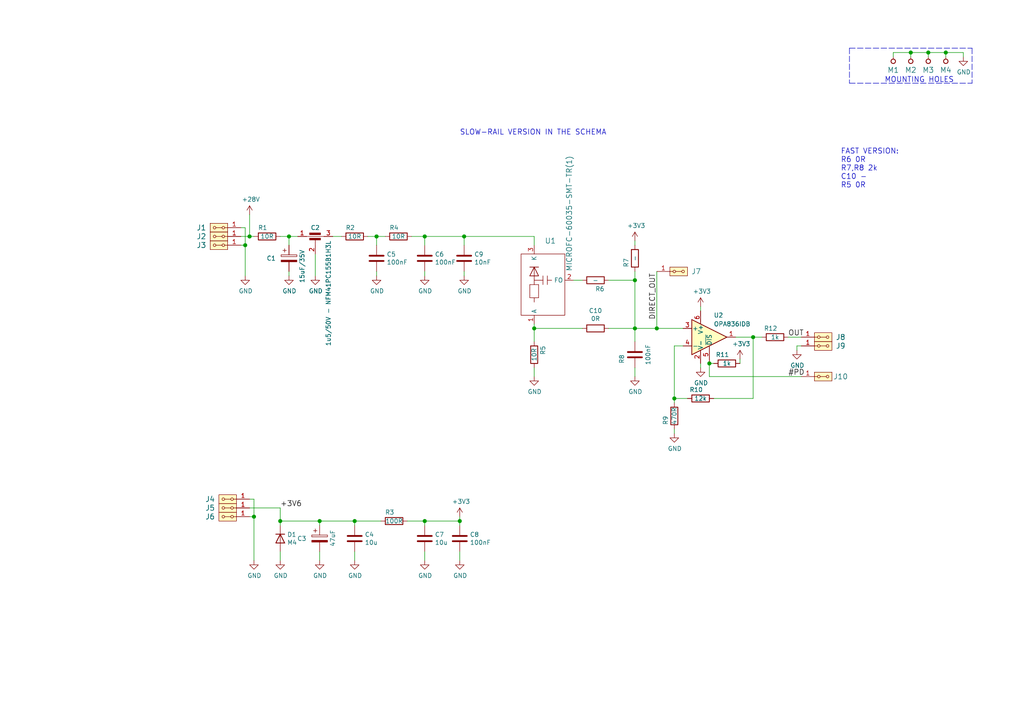
<source format=kicad_sch>
(kicad_sch (version 20211123) (generator eeschema)
  (paper "A4")
  (title_block (title "SIPM02C") (date "2022-04-02") (company "Mlab www.mlab.cz") (comment 2 "Silicon photomultiplier interface module") (comment 3 "nickname <email@example.com>"))
  (lib_symbols
    (symbol "AIRDOSC01A_PCB01A-rescue:CP-Device" (pin_numbers hide) (pin_names (offset 0.254))
      (property "Reference" "C" (at 0.635 2.54 0))
      (property "Value" "CP-Device" (at 0.635 -2.54 0))
      (symbol "CP-Device_0_1"
        (rectangle (start -2.286 0.508) (end 2.286 1.016))
        (polyline (pts (xy -1.778 2.286) (xy -0.762 2.286)))
        (polyline (pts (xy -1.27 2.794) (xy -1.27 1.778)))
        (rectangle (start 2.286 -0.508) (end -2.286 -1.016) (fill (type outline)))
      )
      (symbol "CP-Device_1_1"
        (pin passive line (at 0 3.81 270) (length 2.794) (name "~") (number "1"))
        (pin passive line (at 0 -3.81 90) (length 2.794) (name "~") (number "2"))
      )
    )
    (symbol "AIRDOSC01A_PCB01A-rescue:EMI_Filter_C-Device" (pin_names (offset 0.254) hide)
      (property "Reference" "C" (at 0 7.62 0))
      (property "Value" "EMI_Filter_C-Device" (at 0 5.715 0))
      (symbol "EMI_Filter_C-Device_0_1"
        (rectangle (start -1.651 1.524) (end 1.524 2.032) (fill (type outline)))
        (polyline (pts (xy -2.54 2.54) (xy 2.54 2.54)))
        (polyline (pts (xy 0 0) (xy 0 1.778)))
        (rectangle (start 1.524 3.048) (end -1.651 3.556) (fill (type outline)))
      )
      (symbol "EMI_Filter_C-Device_1_1"
        (pin passive line (at -5.08 2.54 0) (length 2.54) (name "1") (number "1"))
        (pin passive line (at 0 -2.54 90) (length 2.54) (name "2") (number "2"))
        (pin passive line (at 5.08 2.54 180) (length 2.54) (name "3") (number "3"))
      )
    )
    (symbol "Amplifier_Operational:OPA847xDBV" (pin_names (offset 0.127))
      (property "Reference" "U" (at -1.27 6.35 0))
      (property "Value" "OPA847xDBV" (at -1.27 3.81 0))
      (symbol "OPA847xDBV_0_1"
        (polyline (pts (xy -5.08 5.08) (xy 5.08 0) (xy -5.08 -5.08) (xy -5.08 5.08)) (stroke (width 0.254)) (fill (type background)))
        (pin power_in line (at -2.54 -7.62 90) (length 3.81) (name "V-") (number "2"))
        (pin power_in line (at -2.54 7.62 270) (length 3.81) (name "V+") (number "6"))
      )
      (symbol "OPA847xDBV_1_1"
        (pin output line (at 7.62 0 180) (length 2.54) (name "~") (number "1"))
        (pin input line (at -7.62 2.54 0) (length 2.54) (name "+") (number "3"))
        (pin input line (at -7.62 -2.54 0) (length 2.54) (name "-") (number "4"))
        (pin input line (at 0 -7.62 90) (length 5.08) (name "~{DIS}") (number "5"))
      )
    )
    (symbol "Device:C" (pin_numbers hide) (pin_names (offset 0.254))
      (property "Reference" "C" (at 0.635 2.54 0))
      (property "Value" "C" (at 0.635 -2.54 0))
      (symbol "C_0_1"
        (polyline (pts (xy -2.032 -0.762) (xy 2.032 -0.762)) (stroke (width 0.508)))
        (polyline (pts (xy -2.032 0.762) (xy 2.032 0.762)) (stroke (width 0.508)))
      )
      (symbol "C_1_1"
        (pin passive line (at 0 3.81 270) (length 2.794) (name "~") (number "1"))
        (pin passive line (at 0 -3.81 90) (length 2.794) (name "~") (number "2"))
      )
    )
    (symbol "Device:D" (pin_numbers hide) (pin_names (offset 1.016) hide)
      (property "Reference" "D" (at 0 2.54 0))
      (property "Value" "D" (at 0 -2.54 0))
      (symbol "D_0_1"
        (polyline (pts (xy -1.27 1.27) (xy -1.27 -1.27)) (stroke (width 0.254)))
        (polyline (pts (xy 1.27 0) (xy -1.27 0)))
        (polyline (pts (xy 1.27 1.27) (xy 1.27 -1.27) (xy -1.27 0) (xy 1.27 1.27)) (stroke (width 0.254)))
      )
      (symbol "D_1_1"
        (pin passive line (at -3.81 0 0) (length 2.54) (name "K") (number "1"))
        (pin passive line (at 3.81 0 180) (length 2.54) (name "A") (number "2"))
      )
    )
    (symbol "Device:R" (pin_numbers hide) (pin_names (offset 0))
      (property "Reference" "R" (at 2.032 0 90))
      (property "Value" "R" (at 0 0 90))
      (symbol "R_0_1"
        (rectangle (start -1.016 -2.54) (end 1.016 2.54) (stroke (width 0.254)))
      )
      (symbol "R_1_1"
        (pin passive line (at 0 3.81 270) (length 1.27) (name "~") (number "1"))
        (pin passive line (at 0 -3.81 90) (length 1.27) (name "~") (number "2"))
      )
    )
    (symbol "MLAB_HEADER:HEADER_2x01_PARALLEL" (pin_names (offset 1.016))
      (property "Reference" "J" (at 0 -2.54 0))
      (property "Value" "HEADER_2x01_PARALLEL" (at 0 2.54 0))
      (symbol "HEADER_2x01_PARALLEL_0_1"
        (rectangle (start -2.54 1.27) (end 2.54 -1.27) (fill (type background)))
        (circle (center -1.27 0) (radius 0.381))
        (polyline (pts (xy -1.651 0) (xy -2.54 0)))
        (polyline (pts (xy -0.889 0) (xy 0.889 0)))
        (circle (center 1.27 0) (radius 0.381))
      )
      (symbol "HEADER_2x01_PARALLEL_1_1"
        (pin input line (at -6.35 0 0) (length 3.81) (name "~") (number "1"))
        (pin input line (at -6.35 0 0) (length 3.81) hide (name "~") (number "2"))
      )
    )
    (symbol "MLAB_IO:MICROFC-60035-SMT-TR(1)"
      (property "Reference" "U" (at 12.7 -3.81 0))
      (property "Value" "MICROFC-60035-SMT-TR(1)" (at 24.13 -11.43 0))
      (symbol "MICROFC-60035-SMT-TR(1)_0_1"
        (rectangle (start -3.81 7.62) (end 8.89 -10.16))
        (rectangle (start -1.27 -1.27) (end 1.27 -1.27))
        (rectangle (start -1.27 2.54) (end -1.27 -1.27))
        (rectangle (start 0 -3.81) (end 0 -1.27))
        (rectangle (start 0 -2.54) (end 2.54 -2.54))
        (rectangle (start 0 2.54) (end 0 3.81))
        (rectangle (start 1.27 2.54) (end -1.27 2.54))
        (rectangle (start 1.27 2.54) (end 1.27 -1.27))
        (rectangle (start 2.54 -2.54) (end 2.54 -3.81))
        (rectangle (start 2.54 -1.27) (end 2.54 -2.54))
        (rectangle (start 3.81 -2.54) (end 5.08 -2.54))
        (rectangle (start 3.81 -1.27) (end 3.81 -3.81))
      )
      (symbol "MICROFC-60035-SMT-TR(1)_1_1"
        (polyline (pts (xy -1.27 -6.35) (xy 1.27 -6.35)) (stroke (width 0.2032)))
        (polyline (pts (xy 0 -3.81) (xy 0 -6.35)))
        (polyline (pts (xy -1.27 -3.81) (xy 1.27 -3.81) (xy 0 -6.35) (xy -1.27 -3.81)) (stroke (width 0.2032)))
        (pin passive line (at 0 10.16 270) (length 2.54) (name "A") (number "1"))
        (pin passive line (at 11.43 -2.54 180) (length 2.54) (name "FO") (number "2"))
        (pin passive line (at 0 -12.7 90) (length 2.54) (name "K") (number "3"))
        (pin passive line (at 5.08 -3.81 270) (length 2.54) hide (name "NC") (number "4"))
      )
    )
    (symbol "MLAB_MECHANICAL:HOLE" (pin_numbers hide) (pin_names (offset 1.016) hide)
      (property "Reference" "M" (at 0 2.54 0))
      (property "Value" "HOLE" (at 0 -2.54 0))
      (symbol "HOLE_0_1"
        (circle (center 0 0) (radius 0.635) (stroke (width 0.254)))
      )
      (symbol "HOLE_1_1"
        (pin input line (at 1.27 0 180) (length 0.635) (name "~") (number "1"))
      )
    )
    (symbol "power:+28V" (power) (pin_names (offset 0))
      (property "Value" "+28V" (at 0 3.81 0))
      (symbol "+28V_0_1"
        (polyline (pts (xy -0.762 1.27) (xy 0 2.54)))
        (polyline (pts (xy 0 0) (xy 0 2.54)))
        (polyline (pts (xy 0 2.54) (xy 0.762 1.27)))
      )
      (symbol "+28V_1_1"
        (pin power_in line (at 0 0 90) (length 0) hide (name "+28V") (number "1"))
      )
    )
    (symbol "power:+3.3V" (power) (pin_names (offset 0))
      (property "Value" "+3.3V" (at 0 3.556 0))
      (symbol "+3.3V_0_1"
        (polyline (pts (xy -0.762 1.27) (xy 0 2.54)))
        (polyline (pts (xy 0 0) (xy 0 2.54)))
        (polyline (pts (xy 0 2.54) (xy 0.762 1.27)))
      )
      (symbol "+3.3V_1_1"
        (pin power_in line (at 0 0 90) (length 0) hide (name "+3V3") (number "1"))
      )
    )
    (symbol "power:GND" (power) (pin_names (offset 0))
      (property "Value" "GND" (at 0 -3.81 0))
      (symbol "GND_0_1"
        (polyline (pts (xy 0 0) (xy 0 -1.27) (xy 1.27 -1.27) (xy 0 -2.54) (xy -1.27 -1.27) (xy 0 -1.27)))
      )
      (symbol "GND_1_1"
        (pin power_in line (at 0 0 270) (length 0) hide (name "GND") (number "1"))
      )
    )
  )
  (junction (at 184.15 95.25) (diameter 1.016))
  (junction (at 269.24 15.24) (diameter 1.016))
  (junction (at 123.19 68.58) (diameter 1.016))
  (junction (at 190.5 95.25) (diameter 1.016))
  (junction (at 264.16 15.24) (diameter 1.016))
  (junction (at 123.19 151.13) (diameter 1.016))
  (junction (at 81.28 151.13) (diameter 1.016))
  (junction (at 92.71 151.13) (diameter 1.016))
  (junction (at 83.82 68.58) (diameter 1.016))
  (junction (at 184.15 81.28) (diameter 1.016))
  (junction (at 109.22 68.58) (diameter 1.016))
  (junction (at 154.94 95.25) (diameter 1.016))
  (junction (at 218.44 97.79) (diameter 1.016))
  (junction (at 71.12 71.12) (diameter 1.016))
  (junction (at 102.87 151.13) (diameter 1.016))
  (junction (at 72.39 68.58) (diameter 1.016))
  (junction (at 205.74 105.41) (diameter 1.016))
  (junction (at 195.58 115.57) (diameter 1.016))
  (junction (at 73.66 149.86) (diameter 1.016))
  (junction (at 133.35 151.13) (diameter 1.016))
  (junction (at 134.62 68.58) (diameter 1.016))
  (junction (at 274.32 15.24) (diameter 1.016))
  (wire (pts (xy 72.39 68.58) (xy 69.85 68.58)))
  (wire (pts (xy 109.22 71.12) (xy 109.22 68.58)))
  (wire (pts (xy 166.37 81.28) (xy 168.91 81.28)))
  (wire (pts (xy 134.62 80.01) (xy 134.62 78.74)))
  (wire (pts (xy 72.39 62.23) (xy 72.39 68.58)))
  (wire (pts (xy 83.82 80.01) (xy 83.82 78.74)))
  (wire (pts (xy 195.58 125.73) (xy 195.58 124.46)))
  (wire (pts (xy 228.6 97.79) (xy 232.41 97.79)))
  (wire (pts (xy 214.63 105.41) (xy 214.63 104.14)))
  (wire (pts (xy 102.87 151.13) (xy 92.71 151.13)))
  (wire (pts (xy 205.74 109.22) (xy 232.41 109.22)))
  (wire (pts (xy 279.4 15.24) (xy 279.4 16.51)))
  (wire (pts (xy 274.32 15.24) (xy 279.4 15.24)))
  (polyline (pts (xy 246.38 13.97) (xy 246.38 24.13)) (stroke (width 0) (type dash)))
  (wire (pts (xy 110.49 151.13) (xy 102.87 151.13)))
  (wire (pts (xy 123.19 68.58) (xy 134.62 68.58)))
  (wire (pts (xy 154.94 95.25) (xy 154.94 99.06)))
  (wire (pts (xy 176.53 95.25) (xy 184.15 95.25)))
  (wire (pts (xy 269.24 15.24) (xy 274.32 15.24)))
  (wire (pts (xy 190.5 78.74) (xy 190.5 95.25)))
  (wire (pts (xy 207.01 115.57) (xy 218.44 115.57)))
  (wire (pts (xy 205.74 105.41) (xy 207.01 105.41)))
  (wire (pts (xy 213.36 97.79) (xy 218.44 97.79)))
  (wire (pts (xy 184.15 71.12) (xy 184.15 69.85)))
  (wire (pts (xy 69.85 71.12) (xy 71.12 71.12)))
  (wire (pts (xy 73.66 149.86) (xy 73.66 162.56)))
  (wire (pts (xy 154.94 109.22) (xy 154.94 106.68)))
  (wire (pts (xy 133.35 162.56) (xy 133.35 160.02)))
  (wire (pts (xy 73.66 68.58) (xy 72.39 68.58)))
  (wire (pts (xy 198.12 100.33) (xy 195.58 100.33)))
  (wire (pts (xy 199.39 115.57) (xy 195.58 115.57)))
  (wire (pts (xy 205.74 105.41) (xy 205.74 109.22)))
  (wire (pts (xy 184.15 95.25) (xy 190.5 95.25)))
  (wire (pts (xy 81.28 151.13) (xy 92.71 151.13)))
  (wire (pts (xy 91.44 80.01) (xy 91.44 73.66)))
  (wire (pts (xy 81.28 151.13) (xy 81.28 147.32)))
  (wire (pts (xy 106.68 68.58) (xy 109.22 68.58)))
  (wire (pts (xy 203.2 90.17) (xy 203.2 88.9)))
  (wire (pts (xy 69.85 66.04) (xy 71.12 66.04)))
  (polyline (pts (xy 281.94 13.97) (xy 281.94 24.13)) (stroke (width 0) (type dash)))
  (wire (pts (xy 123.19 80.01) (xy 123.19 78.74)))
  (wire (pts (xy 184.15 81.28) (xy 184.15 95.25)))
  (wire (pts (xy 134.62 71.12) (xy 134.62 68.58)))
  (wire (pts (xy 231.14 100.33) (xy 231.14 101.6)))
  (wire (pts (xy 123.19 71.12) (xy 123.19 68.58)))
  (wire (pts (xy 134.62 68.58) (xy 154.94 68.58)))
  (wire (pts (xy 83.82 68.58) (xy 86.36 68.58)))
  (wire (pts (xy 184.15 78.74) (xy 184.15 81.28)))
  (wire (pts (xy 232.41 100.33) (xy 231.14 100.33)))
  (wire (pts (xy 73.66 144.78) (xy 73.66 149.86)))
  (wire (pts (xy 133.35 151.13) (xy 133.35 152.4)))
  (wire (pts (xy 203.2 106.68) (xy 203.2 105.41)))
  (wire (pts (xy 118.11 151.13) (xy 123.19 151.13)))
  (wire (pts (xy 102.87 162.56) (xy 102.87 160.02)))
  (polyline (pts (xy 246.38 13.97) (xy 281.94 13.97)) (stroke (width 0) (type dash)))
  (wire (pts (xy 264.16 15.24) (xy 269.24 15.24)))
  (wire (pts (xy 154.94 95.25) (xy 168.91 95.25)))
  (wire (pts (xy 109.22 68.58) (xy 111.76 68.58)))
  (wire (pts (xy 274.32 16.51) (xy 274.32 15.24)))
  (wire (pts (xy 71.12 71.12) (xy 71.12 80.01)))
  (wire (pts (xy 259.08 16.51) (xy 259.08 15.24)))
  (wire (pts (xy 81.28 162.56) (xy 81.28 160.02)))
  (wire (pts (xy 109.22 78.74) (xy 109.22 80.01)))
  (wire (pts (xy 81.28 151.13) (xy 81.28 152.4)))
  (wire (pts (xy 72.39 147.32) (xy 81.28 147.32)))
  (wire (pts (xy 102.87 151.13) (xy 102.87 152.4)))
  (polyline (pts (xy 246.38 24.13) (xy 281.94 24.13)) (stroke (width 0) (type dash)))
  (wire (pts (xy 184.15 95.25) (xy 184.15 99.06)))
  (wire (pts (xy 96.52 68.58) (xy 99.06 68.58)))
  (wire (pts (xy 218.44 115.57) (xy 218.44 97.79)))
  (wire (pts (xy 259.08 15.24) (xy 264.16 15.24)))
  (wire (pts (xy 123.19 152.4) (xy 123.19 151.13)))
  (wire (pts (xy 154.94 95.25) (xy 154.94 93.98)))
  (wire (pts (xy 119.38 68.58) (xy 123.19 68.58)))
  (wire (pts (xy 71.12 66.04) (xy 71.12 71.12)))
  (wire (pts (xy 72.39 149.86) (xy 73.66 149.86)))
  (wire (pts (xy 123.19 162.56) (xy 123.19 160.02)))
  (wire (pts (xy 195.58 115.57) (xy 195.58 116.84)))
  (wire (pts (xy 218.44 97.79) (xy 220.98 97.79)))
  (wire (pts (xy 269.24 16.51) (xy 269.24 15.24)))
  (wire (pts (xy 190.5 95.25) (xy 198.12 95.25)))
  (wire (pts (xy 195.58 100.33) (xy 195.58 115.57)))
  (wire (pts (xy 123.19 151.13) (xy 133.35 151.13)))
  (wire (pts (xy 81.28 68.58) (xy 83.82 68.58)))
  (wire (pts (xy 184.15 109.22) (xy 184.15 106.68)))
  (wire (pts (xy 92.71 162.56) (xy 92.71 160.02)))
  (wire (pts (xy 264.16 16.51) (xy 264.16 15.24)))
  (wire (pts (xy 92.71 151.13) (xy 92.71 152.4)))
  (wire (pts (xy 83.82 71.12) (xy 83.82 68.58)))
  (wire (pts (xy 176.53 81.28) (xy 184.15 81.28)))
  (wire (pts (xy 72.39 144.78) (xy 73.66 144.78)))
  (wire (pts (xy 154.94 68.58) (xy 154.94 71.12)))
  (wire (pts (xy 133.35 149.86) (xy 133.35 151.13)))
  (text "FAST VERSION:\nR6 0R\nR7,R8 2k\nC10 -\nR5 0R\n\n" (at 243.84 57.15 0) (effects (font (size 1.524 1.524)) (justify left bottom)))
  (text "MOUNTING HOLES" (at 256.54 24.13 0) (effects (font (size 1.524 1.524)) (justify left bottom)))
  (text "SLOW-RAIL VERSION IN THE SCHEMA" (at 133.35 39.37 0) (effects (font (size 1.524 1.524)) (justify left bottom)))
  (label "#PD" (at 228.6 109.22 0) (effects (font (size 1.524 1.524))))
  (label "DIRECT_OUT" (at 190.5 92.71 90) (effects (font (size 1.524 1.524))))
  (label "OUT" (at 228.6 97.79 0) (effects (font (size 1.524 1.524))))
  (label "+3V6" (at 81.28 147.32 0) (effects (font (size 1.524 1.524))))
  (symbol (lib_id "MLAB_MECHANICAL:HOLE") (at 259.08 17.78 90) (unit 1)
    (property "Reference" "M1" (at 259.08 20.32 90) (effects (font (size 1.524 1.524))))
    (property "Value" "HOLE" (effects hide))
    (property "Footprint" "Mlab_Mechanical:MountingHole_3mm" (effects hide))
  )
  (symbol (lib_id "MLAB_MECHANICAL:HOLE") (at 274.32 17.78 90) (unit 1)
    (property "Reference" "M4" (at 274.32 20.32 90) (effects (font (size 1.524 1.524))))
    (property "Value" "HOLE" (effects hide))
    (property "Footprint" "Mlab_Mechanical:MountingHole_3mm" (effects hide))
  )
  (symbol (lib_id "power:GND") (at 279.4 16.51 0) (unit 1)
    (property "Reference" "#PWR023" (effects hide))
    (property "Value" "GND" (at 279.527 20.9042 0))
  )
  (symbol (lib_id "AIRDOSC01A_PCB01A-rescue:EMI_Filter_C-Device") (at 91.44 71.12 0) (unit 1)
    (property "Reference" "C2" (at 91.44 66.04 0))
    (property "Value" "1u5/50V - NFM41PC155B1H3L" (at 95.25 85.09 90))
    (property "Footprint" "Mlab_L:FIR_1806" (effects hide))
    (property "Datasheet" "http://www.murata.com/~/media/webrenewal/support/library/catalog/products/emc/emifil/c31e.ashx?la=en-gb" (effects hide))
    (property "UST_ID" "5c70984712875079b91f8b9b" (effects hide))
  )
  (symbol (lib_id "AIRDOSC01A_PCB01A-rescue:CP-Device") (at 83.82 74.93 0) (unit 1)
    (property "Reference" "C1" (at 80.01 74.93 0) (effects (justify right)))
    (property "Value" "15uF/35V" (at 87.63 72.39 90) (effects (justify right)))
    (property "Footprint" "Mlab_C:TantalC_SizeC_Reflow" (effects hide))
    (property "UST_ID" "5c70984812875079b91f8bac" (effects hide))
  )
  (symbol (lib_id "MLAB_IO:MICROFC-60035-SMT-TR(1)") (at 154.94 83.82 0) (mirror x) (unit 1)
    (property "Reference" "U1" (at 161.29 69.85 0) (effects (font (size 1.524 1.524)) (justify right)))
    (property "Value" "MICROFC-60035-SMT-TR(1)" (at 165.1 78.74 90) (effects (font (size 1.524 1.524)) (justify right)))
    (property "Footprint" "Mlab_IO:MicroFC−60035−SMT" (effects hide))
    (property "UST_ID" "60f907411287500165a96c1e" (effects hide))
  )
  (symbol (lib_id "Device:R") (at 77.47 68.58 270) (unit 1)
    (property "Reference" "R1" (at 76.2 66.04 90))
    (property "Value" "10R" (at 77.47 68.58 90))
    (property "Footprint" "Mlab_R:SMD-0805" (effects hide))
    (property "UST_ID" "5c70984512875079b91f896d" (effects hide))
  )
  (symbol (lib_id "Device:R") (at 102.87 68.58 270) (unit 1)
    (property "Reference" "R2" (at 101.6 66.04 90))
    (property "Value" "10R" (at 102.87 68.58 90))
    (property "Footprint" "Mlab_R:SMD-0805" (effects hide))
    (property "UST_ID" "5c70984512875079b91f896d" (effects hide))
  )
  (symbol (lib_id "Device:C") (at 109.22 74.93 0) (unit 1)
    (property "Reference" "C5" (at 112.141 73.7616 0) (effects (justify left)))
    (property "Value" "100nF" (at 112.141 76.073 0) (effects (justify left)))
    (property "Footprint" "Mlab_R:SMD-0805" (effects hide))
    (property "UST_ID" "5c70984712875079b91f8b4c" (effects hide))
  )
  (symbol (lib_id "Device:R") (at 115.57 68.58 270) (unit 1)
    (property "Reference" "R4" (at 114.3 66.04 90))
    (property "Value" "10R" (at 115.57 68.58 90))
    (property "Footprint" "Mlab_R:SMD-0805" (effects hide))
    (property "UST_ID" "5c70984512875079b91f896d" (effects hide))
  )
  (symbol (lib_id "Device:C") (at 123.19 74.93 0) (unit 1)
    (property "Reference" "C6" (at 126.111 73.7616 0) (effects (justify left)))
    (property "Value" "100nF" (at 126.111 76.073 0) (effects (justify left)))
    (property "Footprint" "Mlab_R:SMD-0805" (effects hide))
    (property "UST_ID" "5c70984712875079b91f8b4c" (effects hide))
  )
  (symbol (lib_id "Device:C") (at 134.62 74.93 0) (unit 1)
    (property "Reference" "C9" (at 137.541 73.7616 0) (effects (justify left)))
    (property "Value" "10nF" (at 137.541 76.073 0) (effects (justify left)))
    (property "Footprint" "Mlab_R:SMD-0805" (effects hide))
    (property "UST_ID" "5c70984712875079b91f8b49" (effects hide))
  )
  (symbol (lib_id "power:GND") (at 83.82 80.01 0) (unit 1)
    (property "Reference" "#PWR05" (effects hide))
    (property "Value" "GND" (at 83.947 84.4042 0))
  )
  (symbol (lib_id "power:GND") (at 109.22 80.01 0) (unit 1)
    (property "Reference" "#PWR09" (effects hide))
    (property "Value" "GND" (at 109.347 84.4042 0))
  )
  (symbol (lib_id "power:GND") (at 123.19 80.01 0) (unit 1)
    (property "Reference" "#PWR010" (effects hide))
    (property "Value" "GND" (at 123.317 84.4042 0))
  )
  (symbol (lib_id "power:GND") (at 134.62 80.01 0) (unit 1)
    (property "Reference" "#PWR014" (effects hide))
    (property "Value" "GND" (at 134.747 84.4042 0))
  )
  (symbol (lib_id "power:GND") (at 91.44 80.01 0) (unit 1)
    (property "Reference" "#PWR06" (effects hide))
    (property "Value" "GND" (at 91.567 84.4042 0))
  )
  (symbol (lib_id "MLAB_MECHANICAL:HOLE") (at 269.24 17.78 90) (unit 1)
    (property "Reference" "M3" (at 269.24 20.32 90) (effects (font (size 1.524 1.524))))
    (property "Value" "HOLE" (effects hide))
    (property "Footprint" "Mlab_Mechanical:MountingHole_3mm" (effects hide))
  )
  (symbol (lib_id "MLAB_MECHANICAL:HOLE") (at 264.16 17.78 90) (unit 1)
    (property "Reference" "M2" (at 264.16 20.32 90) (effects (font (size 1.524 1.524))))
    (property "Value" "HOLE" (effects hide))
    (property "Footprint" "Mlab_Mechanical:MountingHole_3mm" (effects hide))
  )
  (symbol (lib_id "MLAB_HEADER:HEADER_2x01_PARALLEL") (at 66.04 144.78 180) (unit 1)
    (property "Reference" "J4" (at 60.96 144.78 0) (effects (font (size 1.524 1.524))))
    (property "Value" "HEADER_2x01_PARALLEL" (effects hide))
    (property "Footprint" "Mlab_Pin_Headers:Straight_2x01" (effects hide))
  )
  (symbol (lib_id "Device:R") (at 154.94 102.87 180) (unit 1)
    (property "Reference" "R5" (at 157.48 101.6 90))
    (property "Value" "10R" (at 154.94 102.87 90))
    (property "Footprint" "Mlab_R:SMD-0805" (effects hide))
    (property "UST_ID" "5c70984512875079b91f896d" (effects hide))
  )
  (symbol (lib_id "power:GND") (at 92.71 162.56 0) (unit 1)
    (property "Reference" "#PWR07" (effects hide))
    (property "Value" "GND" (at 92.837 166.9542 0))
  )
  (symbol (lib_id "MLAB_HEADER:HEADER_2x01_PARALLEL") (at 238.76 100.33 0) (unit 1)
    (property "Reference" "J9" (at 243.84 100.33 0) (effects (font (size 1.524 1.524))))
    (property "Value" "HEADER_2x01_PARALLEL" (effects hide))
    (property "Footprint" "Mlab_Pin_Headers:Straight_2x01" (effects hide))
  )
  (symbol (lib_id "power:GND") (at 231.14 101.6 0) (unit 1)
    (property "Reference" "#PWR022" (effects hide))
    (property "Value" "GND" (at 231.267 105.9942 0))
  )
  (symbol (lib_id "Device:R") (at 172.72 81.28 90) (unit 1)
    (property "Reference" "R6" (at 173.99 83.82 90))
    (property "Value" "-" (at 172.72 81.28 90))
    (property "Footprint" "Mlab_R:SMD-0805" (effects hide))
  )
  (symbol (lib_id "Device:R") (at 184.15 74.93 0) (unit 1)
    (property "Reference" "R7" (at 181.61 76.2 90))
    (property "Value" "-" (at 184.15 74.93 90))
    (property "Footprint" "Mlab_R:SMD-0805" (effects hide))
  )
  (symbol (lib_id "Device:C") (at 184.15 102.87 0) (unit 1)
    (property "Reference" "R8" (at 180.34 104.14 90))
    (property "Value" "100nF" (at 187.96 102.87 90))
    (property "Footprint" "Mlab_R:SMD-0805" (effects hide))
    (property "UST_ID" "5c70984712875079b91f8b4c" (effects hide))
  )
  (symbol (lib_id "Device:R") (at 172.72 95.25 270) (unit 1)
    (property "Reference" "C10" (at 172.72 90.1192 90))
    (property "Value" "0R" (at 172.72 92.431 90))
    (property "Footprint" "Mlab_R:SMD-0805" (effects hide))
    (property "UST_ID" "5c70984512875079b91f896b" (effects hide))
  )
  (symbol (lib_id "Amplifier_Operational:OPA847xDBV") (at 205.74 97.79 0) (unit 1)
    (property "Reference" "U2" (at 207.01 91.44 0) (effects (justify left)))
    (property "Value" "OPA836IDB" (at 207.01 93.98 0) (effects (justify left)))
    (property "Footprint" "Package_TO_SOT_SMD:SOT-23-6" (effects hide))
    (property "Datasheet" "http://www.ti.com/lit/ds/symlink/opa847.pdf" (effects hide))
    (property "UST_ID" "5c7273171287500b4e112ff8" (effects hide))
  )
  (symbol (lib_id "Device:R") (at 195.58 120.65 0) (unit 1)
    (property "Reference" "R9" (at 193.04 121.92 90))
    (property "Value" "470R" (at 195.58 120.65 90))
    (property "Footprint" "Mlab_R:SMD-0805" (effects hide))
    (property "UST_ID" "5c70984512875079b91f8986" (effects hide))
  )
  (symbol (lib_id "power:GND") (at 203.2 106.68 0) (unit 1)
    (property "Reference" "#PWR020" (effects hide))
    (property "Value" "GND" (at 203.327 111.0742 0))
  )
  (symbol (lib_id "Device:R") (at 210.82 105.41 270) (unit 1)
    (property "Reference" "R11" (at 209.55 102.87 90))
    (property "Value" "1k" (at 210.82 105.41 90))
    (property "Footprint" "Mlab_R:SMD-0805" (effects hide))
    (property "UST_ID" "5c70984512875079b91f898c" (effects hide))
  )
  (symbol (lib_id "Device:R") (at 203.2 115.57 270) (unit 1)
    (property "Reference" "R10" (at 201.93 113.03 90))
    (property "Value" "12k" (at 203.2 115.57 90))
    (property "Footprint" "Mlab_R:SMD-0805" (effects hide))
    (property "UST_ID" "5c70984612875079b91f89a1" (effects hide))
  )
  (symbol (lib_id "power:GND") (at 195.58 125.73 0) (unit 1)
    (property "Reference" "#PWR018" (effects hide))
    (property "Value" "GND" (at 195.707 130.1242 0))
  )
  (symbol (lib_id "Device:R") (at 224.79 97.79 270) (unit 1)
    (property "Reference" "R12" (at 223.52 95.25 90))
    (property "Value" "1k" (at 224.79 97.79 90))
    (property "Footprint" "Mlab_R:SMD-0805" (effects hide))
    (property "UST_ID" "5c70984512875079b91f898c" (effects hide))
  )
  (symbol (lib_id "power:+3.3V") (at 214.63 104.14 0) (unit 1)
    (property "Reference" "#PWR021" (effects hide))
    (property "Value" "+3.3V" (at 215.011 99.7458 0))
  )
  (symbol (lib_id "power:+3.3V") (at 203.2 88.9 0) (unit 1)
    (property "Reference" "#PWR019" (effects hide))
    (property "Value" "+3.3V" (at 203.581 84.5058 0))
  )
  (symbol (lib_id "power:+3.3V") (at 184.15 69.85 0) (unit 1)
    (property "Reference" "#PWR016" (effects hide))
    (property "Value" "+3.3V" (at 184.531 65.4558 0))
  )
  (symbol (lib_id "power:GND") (at 184.15 109.22 0) (unit 1)
    (property "Reference" "#PWR017" (effects hide))
    (property "Value" "GND" (at 184.277 113.6142 0))
  )
  (symbol (lib_id "power:+28V") (at 72.39 62.23 0) (unit 1)
    (property "Reference" "#PWR02" (effects hide))
    (property "Value" "+28V" (at 72.771 57.8358 0))
  )
  (symbol (lib_id "AIRDOSC01A_PCB01A-rescue:CP-Device") (at 92.71 156.21 0) (unit 1)
    (property "Reference" "C3" (at 88.9 156.21 0) (effects (justify right)))
    (property "Value" "47uF" (at 96.52 153.67 90) (effects (justify right)))
    (property "Footprint" "Mlab_C:TantalC_SizeC_Reflow" (effects hide))
    (property "UST_ID" "5c70984412875079b91f8867" (effects hide))
  )
  (symbol (lib_id "Device:C") (at 102.87 156.21 0) (unit 1)
    (property "Reference" "C4" (at 105.791 155.0416 0) (effects (justify left)))
    (property "Value" "10u" (at 105.791 157.353 0) (effects (justify left)))
    (property "Footprint" "Mlab_R:SMD-0805" (effects hide))
    (property "UST_ID" "5c70984712875079b91f8b53" (effects hide))
  )
  (symbol (lib_id "Device:C") (at 133.35 156.21 0) (unit 1)
    (property "Reference" "C8" (at 136.271 155.0416 0) (effects (justify left)))
    (property "Value" "100nF" (at 136.271 157.353 0) (effects (justify left)))
    (property "Footprint" "Mlab_R:SMD-0805" (effects hide))
    (property "UST_ID" "5c70984712875079b91f8b4c" (effects hide))
  )
  (symbol (lib_id "Device:C") (at 123.19 156.21 0) (unit 1)
    (property "Reference" "C7" (at 126.111 155.0416 0) (effects (justify left)))
    (property "Value" "10u" (at 126.111 157.353 0) (effects (justify left)))
    (property "Footprint" "Mlab_R:SMD-0805" (effects hide))
    (property "UST_ID" "5c70984712875079b91f8b53" (effects hide))
  )
  (symbol (lib_id "Device:R") (at 114.3 151.13 270) (unit 1)
    (property "Reference" "R3" (at 113.03 148.59 90))
    (property "Value" "100R" (at 114.3 151.13 90))
    (property "Footprint" "Mlab_R:SMD-0805" (effects hide))
    (property "UST_ID" "5c70984512875079b91f8977" (effects hide))
  )
  (symbol (lib_id "power:+3.3V") (at 133.35 149.86 0) (unit 1)
    (property "Reference" "#PWR012" (effects hide))
    (property "Value" "+3.3V" (at 133.731 145.4658 0))
  )
  (symbol (lib_id "power:GND") (at 102.87 162.56 0) (unit 1)
    (property "Reference" "#PWR08" (effects hide))
    (property "Value" "GND" (at 102.997 166.9542 0))
  )
  (symbol (lib_id "power:GND") (at 123.19 162.56 0) (unit 1)
    (property "Reference" "#PWR011" (effects hide))
    (property "Value" "GND" (at 123.317 166.9542 0))
  )
  (symbol (lib_id "power:GND") (at 133.35 162.56 0) (unit 1)
    (property "Reference" "#PWR013" (effects hide))
    (property "Value" "GND" (at 133.477 166.9542 0))
  )
  (symbol (lib_id "MLAB_HEADER:HEADER_2x01_PARALLEL") (at 238.76 97.79 0) (unit 1)
    (property "Reference" "J8" (at 243.84 97.79 0) (effects (font (size 1.524 1.524))))
    (property "Value" "HEADER_2x01_PARALLEL" (effects hide))
    (property "Footprint" "Mlab_Pin_Headers:Straight_2x01" (effects hide))
  )
  (symbol (lib_id "MLAB_HEADER:HEADER_2x01_PARALLEL") (at 238.76 109.22 0) (unit 1)
    (property "Reference" "J10" (at 243.84 109.22 0) (effects (font (size 1.524 1.524))))
    (property "Value" "HEADER_2x01_PARALLEL" (effects hide))
    (property "Footprint" "Mlab_Pin_Headers:Straight_2x01" (effects hide))
  )
  (symbol (lib_id "MLAB_HEADER:HEADER_2x01_PARALLEL") (at 196.85 78.74 0) (unit 1)
    (property "Reference" "J7" (at 201.93 78.74 0) (effects (font (size 1.524 1.524))))
    (property "Value" "HEADER_2x01_PARALLEL" (effects hide))
    (property "Footprint" "Mlab_Pin_Headers:Straight_2x01" (effects hide))
  )
  (symbol (lib_id "Device:D") (at 81.28 156.21 270) (unit 1)
    (property "Reference" "D1" (at 83.2866 155.0416 90) (effects (justify left)))
    (property "Value" "M4" (at 83.2866 157.353 90) (effects (justify left)))
    (property "Footprint" "Mlab_D:Diode-SMA_Standard" (effects hide))
    (property "UST_ID" "5c70984512875079b91f88ac" (effects hide))
  )
  (symbol (lib_id "power:GND") (at 81.28 162.56 0) (unit 1)
    (property "Reference" "#PWR04" (effects hide))
    (property "Value" "GND" (at 81.407 166.9542 0))
  )
  (symbol (lib_id "MLAB_HEADER:HEADER_2x01_PARALLEL") (at 66.04 147.32 180) (unit 1)
    (property "Reference" "J5" (at 60.96 147.32 0) (effects (font (size 1.524 1.524))))
    (property "Value" "HEADER_2x01_PARALLEL" (effects hide))
    (property "Footprint" "Mlab_Pin_Headers:Straight_2x01" (effects hide))
  )
  (symbol (lib_id "power:GND") (at 73.66 162.56 0) (unit 1)
    (property "Reference" "#PWR03" (effects hide))
    (property "Value" "GND" (at 73.787 166.9542 0))
  )
  (symbol (lib_id "MLAB_HEADER:HEADER_2x01_PARALLEL") (at 66.04 149.86 180) (unit 1)
    (property "Reference" "J6" (at 60.96 149.86 0) (effects (font (size 1.524 1.524))))
    (property "Value" "HEADER_2x01_PARALLEL" (effects hide))
    (property "Footprint" "Mlab_Pin_Headers:Straight_2x01" (effects hide))
  )
  (symbol (lib_id "MLAB_HEADER:HEADER_2x01_PARALLEL") (at 63.5 68.58 180) (unit 1)
    (property "Reference" "J2" (at 58.42 68.58 0) (effects (font (size 1.524 1.524))))
    (property "Value" "HEADER_2x01_PARALLEL" (effects hide))
    (property "Footprint" "Mlab_Pin_Headers:Straight_2x01" (effects hide))
  )
  (symbol (lib_id "MLAB_HEADER:HEADER_2x01_PARALLEL") (at 63.5 71.12 180) (unit 1)
    (property "Reference" "J3" (at 58.42 71.12 0) (effects (font (size 1.524 1.524))))
    (property "Value" "HEADER_2x01_PARALLEL" (effects hide))
    (property "Footprint" "Mlab_Pin_Headers:Straight_2x01" (effects hide))
  )
  (symbol (lib_id "power:GND") (at 71.12 80.01 0) (unit 1)
    (property "Reference" "#PWR01" (effects hide))
    (property "Value" "GND" (at 71.247 84.4042 0))
  )
  (symbol (lib_id "MLAB_HEADER:HEADER_2x01_PARALLEL") (at 63.5 66.04 180) (unit 1)
    (property "Reference" "J1" (at 58.42 66.04 0) (effects (font (size 1.524 1.524))))
    (property "Value" "HEADER_2x01_PARALLEL" (effects hide))
    (property "Footprint" "Mlab_Pin_Headers:Straight_2x01" (effects hide))
  )
  (symbol (lib_id "power:GND") (at 154.94 109.22 0) (unit 1)
    (property "Reference" "#PWR015" (effects hide))
    (property "Value" "GND" (at 155.067 113.6142 0))
  )
)
</source>
